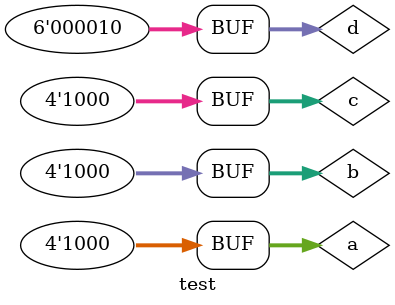
<source format=v>
`timescale 1ns/1ns
module test();

reg [3:0] a,b,c;
reg [5:0] d;

initial begin
	a=4'b1000; b= 4'b1000; c=4'b1000; d=6'b0000;
	#10; d={d[0], a[0]+b[0]+c[0], 2'b10};
end

endmodule
</source>
